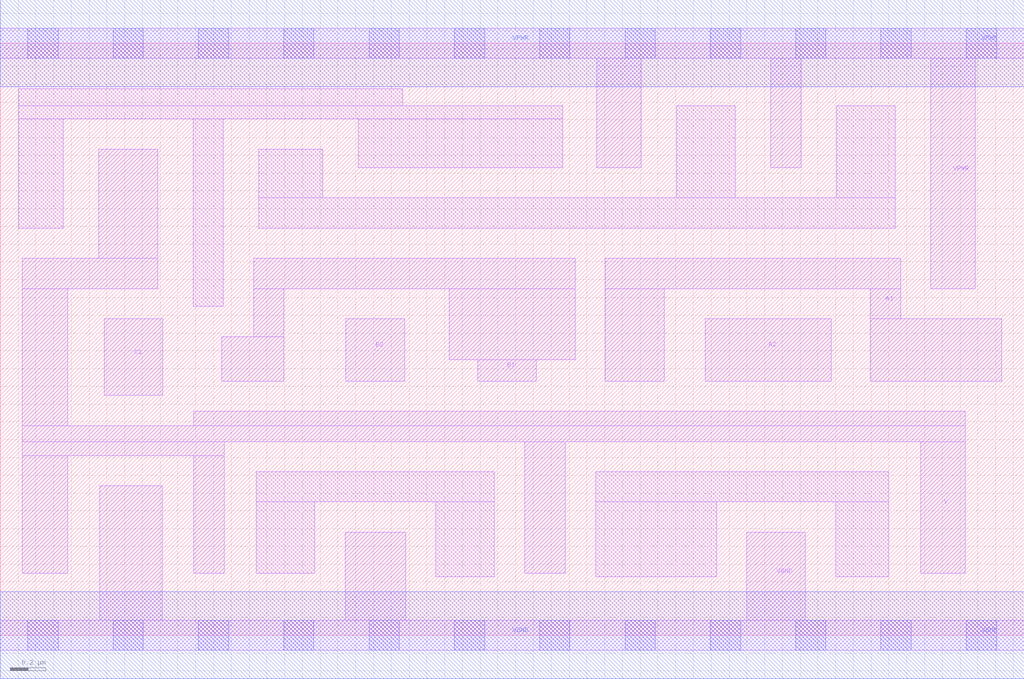
<source format=lef>
# Copyright 2020 The SkyWater PDK Authors
#
# Licensed under the Apache License, Version 2.0 (the "License");
# you may not use this file except in compliance with the License.
# You may obtain a copy of the License at
#
#     https://www.apache.org/licenses/LICENSE-2.0
#
# Unless required by applicable law or agreed to in writing, software
# distributed under the License is distributed on an "AS IS" BASIS,
# WITHOUT WARRANTIES OR CONDITIONS OF ANY KIND, either express or implied.
# See the License for the specific language governing permissions and
# limitations under the License.
#
# SPDX-License-Identifier: Apache-2.0

VERSION 5.7 ;
  NAMESCASESENSITIVE ON ;
  NOWIREEXTENSIONATPIN ON ;
  DIVIDERCHAR "/" ;
  BUSBITCHARS "[]" ;
UNITS
  DATABASE MICRONS 200 ;
END UNITS
MACRO sky130_fd_sc_hs__a221oi_2
  CLASS CORE ;
  SOURCE USER ;
  FOREIGN sky130_fd_sc_hs__a221oi_2 ;
  ORIGIN  0.000000  0.000000 ;
  SIZE  5.760000 BY  3.330000 ;
  SYMMETRY X Y ;
  SITE unit ;
  PIN A1
    ANTENNAGATEAREA  0.558000 ;
    DIRECTION INPUT ;
    USE SIGNAL ;
    PORT
      LAYER li1 ;
        RECT 3.405000 1.430000 3.735000 1.950000 ;
        RECT 3.405000 1.950000 5.065000 2.120000 ;
        RECT 4.895000 1.430000 5.635000 1.780000 ;
        RECT 4.895000 1.780000 5.065000 1.950000 ;
    END
  END A1
  PIN A2
    ANTENNAGATEAREA  0.558000 ;
    DIRECTION INPUT ;
    USE SIGNAL ;
    PORT
      LAYER li1 ;
        RECT 3.965000 1.430000 4.675000 1.780000 ;
    END
  END A2
  PIN B1
    ANTENNAGATEAREA  0.558000 ;
    DIRECTION INPUT ;
    USE SIGNAL ;
    PORT
      LAYER li1 ;
        RECT 1.245000 1.430000 1.595000 1.680000 ;
        RECT 1.425000 1.680000 1.595000 1.950000 ;
        RECT 1.425000 1.950000 3.235000 2.120000 ;
        RECT 2.525000 1.550000 3.235000 1.950000 ;
        RECT 2.685000 1.430000 3.015000 1.550000 ;
    END
  END B1
  PIN B2
    ANTENNAGATEAREA  0.558000 ;
    DIRECTION INPUT ;
    USE SIGNAL ;
    PORT
      LAYER li1 ;
        RECT 1.945000 1.430000 2.275000 1.780000 ;
    END
  END B2
  PIN C1
    ANTENNAGATEAREA  0.558000 ;
    DIRECTION INPUT ;
    USE SIGNAL ;
    PORT
      LAYER li1 ;
        RECT 0.585000 1.350000 0.915000 1.780000 ;
    END
  END C1
  PIN Y
    ANTENNADIFFAREA  1.172200 ;
    DIRECTION OUTPUT ;
    USE SIGNAL ;
    PORT
      LAYER li1 ;
        RECT 0.125000 0.350000 0.380000 1.010000 ;
        RECT 0.125000 1.010000 1.260000 1.090000 ;
        RECT 0.125000 1.090000 5.430000 1.180000 ;
        RECT 0.125000 1.180000 0.380000 1.950000 ;
        RECT 0.125000 1.950000 0.885000 2.120000 ;
        RECT 0.555000 2.120000 0.885000 2.735000 ;
        RECT 1.090000 0.350000 1.260000 1.010000 ;
        RECT 1.090000 1.180000 5.430000 1.260000 ;
        RECT 2.950000 0.350000 3.180000 1.090000 ;
        RECT 5.180000 0.350000 5.430000 1.090000 ;
    END
  END Y
  PIN VGND
    DIRECTION INOUT ;
    USE GROUND ;
    PORT
      LAYER li1 ;
        RECT 0.000000 -0.085000 5.760000 0.085000 ;
        RECT 0.560000  0.085000 0.910000 0.840000 ;
        RECT 1.940000  0.085000 2.280000 0.580000 ;
        RECT 4.200000  0.085000 4.530000 0.580000 ;
      LAYER mcon ;
        RECT 0.155000 -0.085000 0.325000 0.085000 ;
        RECT 0.635000 -0.085000 0.805000 0.085000 ;
        RECT 1.115000 -0.085000 1.285000 0.085000 ;
        RECT 1.595000 -0.085000 1.765000 0.085000 ;
        RECT 2.075000 -0.085000 2.245000 0.085000 ;
        RECT 2.555000 -0.085000 2.725000 0.085000 ;
        RECT 3.035000 -0.085000 3.205000 0.085000 ;
        RECT 3.515000 -0.085000 3.685000 0.085000 ;
        RECT 3.995000 -0.085000 4.165000 0.085000 ;
        RECT 4.475000 -0.085000 4.645000 0.085000 ;
        RECT 4.955000 -0.085000 5.125000 0.085000 ;
        RECT 5.435000 -0.085000 5.605000 0.085000 ;
      LAYER met1 ;
        RECT 0.000000 -0.245000 5.760000 0.245000 ;
    END
  END VGND
  PIN VPWR
    DIRECTION INOUT ;
    USE POWER ;
    PORT
      LAYER li1 ;
        RECT 0.000000 3.245000 5.760000 3.415000 ;
        RECT 3.355000 2.630000 3.605000 3.245000 ;
        RECT 4.335000 2.630000 4.505000 3.245000 ;
        RECT 5.235000 1.950000 5.485000 3.245000 ;
      LAYER mcon ;
        RECT 0.155000 3.245000 0.325000 3.415000 ;
        RECT 0.635000 3.245000 0.805000 3.415000 ;
        RECT 1.115000 3.245000 1.285000 3.415000 ;
        RECT 1.595000 3.245000 1.765000 3.415000 ;
        RECT 2.075000 3.245000 2.245000 3.415000 ;
        RECT 2.555000 3.245000 2.725000 3.415000 ;
        RECT 3.035000 3.245000 3.205000 3.415000 ;
        RECT 3.515000 3.245000 3.685000 3.415000 ;
        RECT 3.995000 3.245000 4.165000 3.415000 ;
        RECT 4.475000 3.245000 4.645000 3.415000 ;
        RECT 4.955000 3.245000 5.125000 3.415000 ;
        RECT 5.435000 3.245000 5.605000 3.415000 ;
      LAYER met1 ;
        RECT 0.000000 3.085000 5.760000 3.575000 ;
    END
  END VPWR
  OBS
    LAYER li1 ;
      RECT 0.105000 2.290000 0.355000 2.905000 ;
      RECT 0.105000 2.905000 3.165000 2.980000 ;
      RECT 0.105000 2.980000 2.265000 3.075000 ;
      RECT 1.085000 1.850000 1.255000 2.905000 ;
      RECT 1.440000 0.350000 1.770000 0.750000 ;
      RECT 1.440000 0.750000 2.780000 0.920000 ;
      RECT 1.455000 2.290000 5.035000 2.460000 ;
      RECT 1.455000 2.460000 1.815000 2.735000 ;
      RECT 2.015000 2.630000 3.165000 2.905000 ;
      RECT 2.450000 0.330000 2.780000 0.750000 ;
      RECT 3.350000 0.330000 4.030000 0.750000 ;
      RECT 3.350000 0.750000 5.000000 0.920000 ;
      RECT 3.805000 2.460000 4.135000 2.980000 ;
      RECT 4.700000 0.330000 5.000000 0.750000 ;
      RECT 4.705000 2.460000 5.035000 2.980000 ;
  END
END sky130_fd_sc_hs__a221oi_2

</source>
